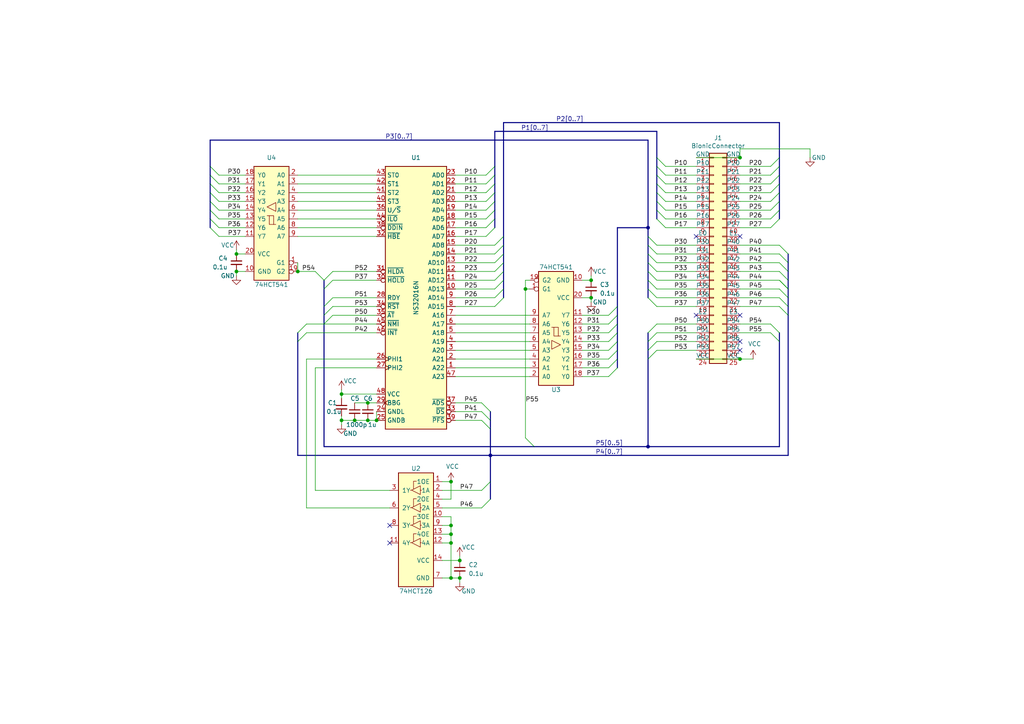
<source format=kicad_sch>
(kicad_sch (version 20211123) (generator eeschema)
  (paper "A4")
  (title_block (title "BionicNS32016 Mezzanine") (date "2022-01-19") (rev "1") (company "Tadashi G. Takaoka"))
  (lib_symbols
    (symbol "0-LocalLibrary:74HCT126" (pin_names (offset 1.016))
      (property "Reference" "U" (at 0 16.51 0))
      (property "Value" "74HCT126" (at 0 -19.05 0))
      (symbol "74HCT126_0_1"
        (polyline (pts (xy -1.2954 10.2108) (xy -1.6002 10.2108)))
        (polyline (pts (xy 1.2954 10.2362) (xy 1.651 10.2362)))
        (polyline (pts (xy 0.7112 10.5664) (xy 0.7112 12.827) (xy -0.127 12.827) (xy -0.1016 12.827)))
      )
      (symbol "74HCT126_1_0"
        (polyline (pts (xy 1.27 10.2362) (xy -1.27 11.5062) (xy -1.27 8.9662) (xy 1.27 10.2362)) (stroke (width 0.1524)))
        (pin input line (at -7.62 12.7 0) (length 2.54) (name "1OE") (number "1"))
        (pin input line (at -7.62 2.54 0) (length 2.54) (name "3OE") (number "10"))
        (pin tri_state line (at 7.62 -5.08 180) (length 2.54) (name "4Y") (number "11"))
        (pin input line (at -7.62 -5.08 0) (length 2.54) (name "4A") (number "12"))
        (pin input line (at -7.62 -2.54 0) (length 2.54) (name "4OE") (number "13"))
        (pin power_in line (at -7.62 -10.16 0) (length 2.54) (name "VCC") (number "14"))
        (pin input line (at -7.62 10.16 0) (length 2.54) (name "1A") (number "2"))
        (pin tri_state line (at 7.62 10.16 180) (length 2.54) (name "1Y") (number "3"))
        (pin input line (at -7.62 7.62 0) (length 2.54) (name "2OE") (number "4"))
        (pin input line (at -7.62 5.08 0) (length 2.54) (name "2A") (number "5"))
        (pin tri_state line (at 7.62 5.08 180) (length 2.54) (name "2Y") (number "6"))
        (pin power_in line (at -7.62 -15.24 0) (length 2.54) (name "GND") (number "7"))
        (pin tri_state line (at 7.62 0 180) (length 2.54) (name "3Y") (number "8"))
        (pin input line (at -7.62 0 0) (length 2.54) (name "3A") (number "9"))
      )
      (symbol "74HCT126_1_1"
        (rectangle (start -5.08 15.24) (end 5.08 -17.78) (stroke (width 0.254)) (fill (type background)))
        (polyline (pts (xy -1.2954 -5.0292) (xy -1.6002 -5.0292)))
        (polyline (pts (xy -1.2954 0.0508) (xy -1.6002 0.0508)))
        (polyline (pts (xy -1.2954 5.1308) (xy -1.6002 5.1308)))
        (polyline (pts (xy 1.2954 -5.0038) (xy 1.651 -5.0038)))
        (polyline (pts (xy 1.2954 0.0762) (xy 1.651 0.0762)))
        (polyline (pts (xy 1.2954 5.1562) (xy 1.651 5.1562)))
        (polyline (pts (xy 0.7112 -4.6736) (xy 0.7112 -2.413) (xy -0.127 -2.413) (xy -0.1016 -2.413)))
        (polyline (pts (xy 0.7112 0.4064) (xy 0.7112 2.667) (xy -0.127 2.667) (xy -0.1016 2.667)))
        (polyline (pts (xy 0.7112 5.4864) (xy 0.7112 7.747) (xy -0.127 7.747) (xy -0.1016 7.747)))
        (polyline (pts (xy 1.27 -5.0038) (xy -1.27 -3.7338) (xy -1.27 -6.2738) (xy 1.27 -5.0038)) (stroke (width 0.1524)))
        (polyline (pts (xy 1.27 0.0762) (xy -1.27 1.3462) (xy -1.27 -1.1938) (xy 1.27 0.0762)) (stroke (width 0.1524)))
        (polyline (pts (xy 1.27 5.1562) (xy -1.27 6.4262) (xy -1.27 3.8862) (xy 1.27 5.1562)) (stroke (width 0.1524)))
      )
    )
    (symbol "0-LocalLibrary:74HCT541" (pin_names (offset 1.016))
      (property "Reference" "U" (at -7.62 16.51 0))
      (property "Value" "74HCT541" (at -7.62 -20.32 0))
      (symbol "74HCT541_1_0"
        (polyline (pts (xy -0.635 -1.6002) (xy -0.635 0.9398) (xy 0.635 0.9398)))
        (polyline (pts (xy -1.27 -1.6002) (xy 0.635 -1.6002) (xy 0.635 0.9398) (xy 1.27 0.9398)))
        (polyline (pts (xy 1.27 3.4798) (xy -1.27 4.7498) (xy -1.27 2.2098) (xy 1.27 3.4798)) (stroke (width 0.1524)))
        (pin input inverted (at -7.62 -12.7 0) (length 2.54) (name "G1") (number "1"))
        (pin power_in line (at 7.62 -15.24 180) (length 2.54) (name "GND") (number "10"))
        (pin tri_state line (at 7.62 -5.08 180) (length 2.54) (name "Y7") (number "11"))
        (pin tri_state line (at 7.62 -2.54 180) (length 2.54) (name "Y6") (number "12"))
        (pin tri_state line (at 7.62 0 180) (length 2.54) (name "Y5") (number "13"))
        (pin tri_state line (at 7.62 2.54 180) (length 2.54) (name "Y4") (number "14"))
        (pin tri_state line (at 7.62 5.08 180) (length 2.54) (name "Y3") (number "15"))
        (pin tri_state line (at 7.62 7.62 180) (length 2.54) (name "Y2") (number "16"))
        (pin tri_state line (at 7.62 10.16 180) (length 2.54) (name "Y1") (number "17"))
        (pin tri_state line (at 7.62 12.7 180) (length 2.54) (name "Y0") (number "18"))
        (pin input inverted (at -7.62 -15.24 0) (length 2.54) (name "G2") (number "19"))
        (pin input line (at -7.62 12.7 0) (length 2.54) (name "A0") (number "2"))
        (pin power_in line (at 7.62 -10.16 180) (length 2.54) (name "VCC") (number "20"))
        (pin input line (at -7.62 10.16 0) (length 2.54) (name "A1") (number "3"))
        (pin input line (at -7.62 7.62 0) (length 2.54) (name "A2") (number "4"))
        (pin input line (at -7.62 5.08 0) (length 2.54) (name "A3") (number "5"))
        (pin input line (at -7.62 2.54 0) (length 2.54) (name "A4") (number "6"))
        (pin input line (at -7.62 0 0) (length 2.54) (name "A5") (number "7"))
        (pin input line (at -7.62 -2.54 0) (length 2.54) (name "A6") (number "8"))
        (pin input line (at -7.62 -5.08 0) (length 2.54) (name "A7") (number "9"))
      )
      (symbol "74HCT541_1_1"
        (rectangle (start -5.08 15.24) (end 5.08 -17.78) (stroke (width 0.254)) (fill (type background)))
      )
    )
    (symbol "0-LocalLibrary:BionicConnector" (pin_names (offset 0))
      (property "Reference" "J" (at 1.27 30.48 0))
      (property "Value" "BionicConnector" (at 3.81 33.02 0))
      (symbol "BionicConnector_1_1"
        (rectangle (start -1.27 -30.353) (end 0 -30.607) (stroke (width 0.1524)))
        (rectangle (start -1.27 -27.813) (end 0 -28.067) (stroke (width 0.1524)))
        (rectangle (start -1.27 -25.273) (end 0 -25.527) (stroke (width 0.1524)))
        (rectangle (start -1.27 -22.733) (end 0 -22.987) (stroke (width 0.1524)))
        (rectangle (start -1.27 -20.193) (end 0 -20.447) (stroke (width 0.1524)))
        (rectangle (start -1.27 -17.653) (end 0 -17.907) (stroke (width 0.1524)))
        (rectangle (start -1.27 -15.113) (end 0 -15.367) (stroke (width 0.1524)))
        (rectangle (start -1.27 -12.573) (end 0 -12.827) (stroke (width 0.1524)))
        (rectangle (start -1.27 -10.033) (end 0 -10.287) (stroke (width 0.1524)))
        (rectangle (start -1.27 -7.493) (end 0 -7.747) (stroke (width 0.1524)))
        (rectangle (start -1.27 -4.953) (end 0 -5.207) (stroke (width 0.1524)))
        (rectangle (start -1.27 -2.413) (end 0 -2.667) (stroke (width 0.1524)))
        (rectangle (start -1.27 0.127) (end 0 -0.127) (stroke (width 0.1524)))
        (rectangle (start -1.27 2.667) (end 0 2.413) (stroke (width 0.1524)))
        (rectangle (start -1.27 5.207) (end 0 4.953) (stroke (width 0.1524)))
        (rectangle (start -1.27 7.747) (end 0 7.493) (stroke (width 0.1524)))
        (rectangle (start -1.27 10.287) (end 0 10.033) (stroke (width 0.1524)))
        (rectangle (start -1.27 12.827) (end 0 12.573) (stroke (width 0.1524)))
        (rectangle (start -1.27 15.367) (end 0 15.113) (stroke (width 0.1524)))
        (rectangle (start -1.27 17.907) (end 0 17.653) (stroke (width 0.1524)))
        (rectangle (start -1.27 20.447) (end 0 20.193) (stroke (width 0.1524)))
        (rectangle (start -1.27 22.987) (end 0 22.733) (stroke (width 0.1524)))
        (rectangle (start -1.27 25.527) (end 0 25.273) (stroke (width 0.1524)))
        (rectangle (start -1.27 28.067) (end 0 27.813) (stroke (width 0.1524)))
        (rectangle (start -1.27 29.21) (end 3.81 -31.75) (stroke (width 0.254)) (fill (type background)))
        (rectangle (start 3.81 -30.353) (end 2.54 -30.607) (stroke (width 0.1524)))
        (rectangle (start 3.81 -27.813) (end 2.54 -28.067) (stroke (width 0.1524)))
        (rectangle (start 3.81 -25.273) (end 2.54 -25.527) (stroke (width 0.1524)))
        (rectangle (start 3.81 -22.733) (end 2.54 -22.987) (stroke (width 0.1524)))
        (rectangle (start 3.81 -20.193) (end 2.54 -20.447) (stroke (width 0.1524)))
        (rectangle (start 3.81 -17.653) (end 2.54 -17.907) (stroke (width 0.1524)))
        (rectangle (start 3.81 -15.113) (end 2.54 -15.367) (stroke (width 0.1524)))
        (rectangle (start 3.81 -12.573) (end 2.54 -12.827) (stroke (width 0.1524)))
        (rectangle (start 3.81 -10.033) (end 2.54 -10.287) (stroke (width 0.1524)))
        (rectangle (start 3.81 -7.493) (end 2.54 -7.747) (stroke (width 0.1524)))
        (rectangle (start 3.81 -4.953) (end 2.54 -5.207) (stroke (width 0.1524)))
        (rectangle (start 3.81 -2.413) (end 2.54 -2.667) (stroke (width 0.1524)))
        (rectangle (start 3.81 0.127) (end 2.54 -0.127) (stroke (width 0.1524)))
        (rectangle (start 3.81 2.667) (end 2.54 2.413) (stroke (width 0.1524)))
        (rectangle (start 3.81 5.207) (end 2.54 4.953) (stroke (width 0.1524)))
        (rectangle (start 3.81 7.747) (end 2.54 7.493) (stroke (width 0.1524)))
        (rectangle (start 3.81 10.287) (end 2.54 10.033) (stroke (width 0.1524)))
        (rectangle (start 3.81 12.827) (end 2.54 12.573) (stroke (width 0.1524)))
        (rectangle (start 3.81 15.367) (end 2.54 15.113) (stroke (width 0.1524)))
        (rectangle (start 3.81 17.907) (end 2.54 17.653) (stroke (width 0.1524)))
        (rectangle (start 3.81 20.447) (end 2.54 20.193) (stroke (width 0.1524)))
        (rectangle (start 3.81 22.987) (end 2.54 22.733) (stroke (width 0.1524)))
        (rectangle (start 3.81 25.527) (end 2.54 25.273) (stroke (width 0.1524)))
        (rectangle (start 3.81 28.067) (end 2.54 27.813) (stroke (width 0.1524)))
        (pin power_out line (at -5.08 27.94 0) (length 3.81) (name "GND") (number "1"))
        (pin bidirectional line (at -5.08 5.08 0) (length 3.81) (name "E0") (number "10"))
        (pin bidirectional line (at -5.08 2.54 0) (length 3.81) (name "P30") (number "11"))
        (pin bidirectional line (at -5.08 0 0) (length 3.81) (name "P31") (number "12"))
        (pin bidirectional line (at -5.08 -2.54 0) (length 3.81) (name "P32") (number "13"))
        (pin bidirectional line (at -5.08 -5.08 0) (length 3.81) (name "P33") (number "14"))
        (pin bidirectional line (at -5.08 -7.62 0) (length 3.81) (name "P34") (number "15"))
        (pin bidirectional line (at -5.08 -10.16 0) (length 3.81) (name "P35") (number "16"))
        (pin bidirectional line (at -5.08 -12.7 0) (length 3.81) (name "P36") (number "17"))
        (pin bidirectional line (at -5.08 -15.24 0) (length 3.81) (name "P37") (number "18"))
        (pin bidirectional line (at -5.08 -17.78 0) (length 3.81) (name "E2") (number "19"))
        (pin bidirectional line (at -5.08 25.4 0) (length 3.81) (name "P10") (number "2"))
        (pin bidirectional line (at -5.08 -20.32 0) (length 3.81) (name "P50") (number "20"))
        (pin bidirectional line (at -5.08 -22.86 0) (length 3.81) (name "P51") (number "21"))
        (pin bidirectional line (at -5.08 -25.4 0) (length 3.81) (name "P52") (number "22"))
        (pin bidirectional line (at -5.08 -27.94 0) (length 3.81) (name "P53") (number "23"))
        (pin power_out line (at -5.08 -30.48 0) (length 3.81) (name "VCC") (number "24"))
        (pin power_in line (at 7.62 -30.48 180) (length 3.81) (name "VCC") (number "25"))
        (pin bidirectional line (at 7.62 -27.94 180) (length 3.81) (name "P57") (number "26"))
        (pin bidirectional line (at 7.62 -25.4 180) (length 3.81) (name "P56") (number "27"))
        (pin bidirectional line (at 7.62 -22.86 180) (length 3.81) (name "P55") (number "28"))
        (pin bidirectional line (at 7.62 -20.32 180) (length 3.81) (name "P54") (number "29"))
        (pin bidirectional line (at -5.08 22.86 0) (length 3.81) (name "P11") (number "3"))
        (pin bidirectional line (at 7.62 -17.78 180) (length 3.81) (name "E3") (number "30"))
        (pin bidirectional line (at 7.62 -15.24 180) (length 3.81) (name "P47") (number "31"))
        (pin bidirectional line (at 7.62 -12.7 180) (length 3.81) (name "P46") (number "32"))
        (pin bidirectional line (at 7.62 -10.16 180) (length 3.81) (name "P45") (number "33"))
        (pin bidirectional line (at 7.62 -7.62 180) (length 3.81) (name "P44") (number "34"))
        (pin bidirectional line (at 7.62 -5.08 180) (length 3.81) (name "P43") (number "35"))
        (pin bidirectional line (at 7.62 -2.54 180) (length 3.81) (name "P42") (number "36"))
        (pin bidirectional line (at 7.62 0 180) (length 3.81) (name "P41") (number "37"))
        (pin bidirectional line (at 7.62 2.54 180) (length 3.81) (name "P40") (number "38"))
        (pin bidirectional line (at 7.62 5.08 180) (length 3.81) (name "E1") (number "39"))
        (pin bidirectional line (at -5.08 20.32 0) (length 3.81) (name "P12") (number "4"))
        (pin bidirectional line (at 7.62 7.62 180) (length 3.81) (name "P27") (number "40"))
        (pin bidirectional line (at 7.62 10.16 180) (length 3.81) (name "P26") (number "41"))
        (pin bidirectional line (at 7.62 12.7 180) (length 3.81) (name "P25") (number "42"))
        (pin bidirectional line (at 7.62 15.24 180) (length 3.81) (name "P24") (number "43"))
        (pin bidirectional line (at 7.62 17.78 180) (length 3.81) (name "P23") (number "44"))
        (pin bidirectional line (at 7.62 20.32 180) (length 3.81) (name "P22") (number "45"))
        (pin bidirectional line (at 7.62 22.86 180) (length 3.81) (name "P21") (number "46"))
        (pin bidirectional line (at 7.62 25.4 180) (length 3.81) (name "P20") (number "47"))
        (pin power_in line (at 7.62 27.94 180) (length 3.81) (name "GND") (number "48"))
        (pin bidirectional line (at -5.08 17.78 0) (length 3.81) (name "P13") (number "5"))
        (pin bidirectional line (at -5.08 15.24 0) (length 3.81) (name "P14") (number "6"))
        (pin bidirectional line (at -5.08 12.7 0) (length 3.81) (name "P15") (number "7"))
        (pin bidirectional line (at -5.08 10.16 0) (length 3.81) (name "P16") (number "8"))
        (pin bidirectional line (at -5.08 7.62 0) (length 3.81) (name "P17") (number "9"))
      )
    )
    (symbol "0-LocalLibrary:NS32016N"
      (property "Reference" "U" (at -1.27 39.37 0))
      (property "Value" "NS32016N" (at 0 0 90))
      (symbol "NS32016N_0_0"
        (pin output line (at 11.43 -20.32 180) (length 2.54) (name "A22") (number "1"))
        (pin output line (at 11.43 -17.78 180) (length 2.54) (name "A21") (number "2"))
        (pin passive non_logic (at -11.43 -30.48 0) (length 2.54) (name "BBG") (number "29"))
        (pin output line (at 11.43 -15.24 180) (length 2.54) (name "A20") (number "3"))
        (pin output line (at 11.43 -12.7 180) (length 2.54) (name "A19") (number "4"))
        (pin output line (at 11.43 -10.16 180) (length 2.54) (name "A18") (number "5"))
        (pin output line (at 11.43 -7.62 180) (length 2.54) (name "A17") (number "6"))
        (pin output line (at 11.43 -5.08 180) (length 2.54) (name "A16") (number "7"))
      )
      (symbol "NS32016N_0_1"
        (rectangle (start -8.89 -38.1) (end 8.89 38.1) (stroke (width 0.254)) (fill (type background)))
      )
      (symbol "NS32016N_1_1"
        (pin bidirectional line (at 11.43 2.54 180) (length 2.54) (name "AD13") (number "10"))
        (pin bidirectional line (at 11.43 5.08 180) (length 2.54) (name "AD12") (number "11"))
        (pin bidirectional line (at 11.43 7.62 180) (length 2.54) (name "AD11") (number "12"))
        (pin bidirectional line (at 11.43 10.16 180) (length 2.54) (name "AD10") (number "13"))
        (pin bidirectional line (at 11.43 12.7 180) (length 2.54) (name "AD9") (number "14"))
        (pin bidirectional line (at 11.43 15.24 180) (length 2.54) (name "AD8") (number "15"))
        (pin bidirectional line (at 11.43 17.78 180) (length 2.54) (name "AD7") (number "16"))
        (pin bidirectional line (at 11.43 20.32 180) (length 2.54) (name "AD6") (number "17"))
        (pin bidirectional line (at 11.43 22.86 180) (length 2.54) (name "AD5") (number "18"))
        (pin bidirectional line (at 11.43 25.4 180) (length 2.54) (name "AD4") (number "19"))
        (pin bidirectional line (at 11.43 27.94 180) (length 2.54) (name "AD3") (number "20"))
        (pin bidirectional line (at 11.43 30.48 180) (length 2.54) (name "AD2") (number "21"))
        (pin bidirectional line (at 11.43 33.02 180) (length 2.54) (name "AD1") (number "22"))
        (pin bidirectional line (at 11.43 35.56 180) (length 2.54) (name "AD0") (number "23"))
        (pin power_in line (at -11.43 -33.02 0) (length 2.54) (name "GNDL") (number "24"))
        (pin power_in line (at -11.43 -35.56 0) (length 2.54) (name "GNDB") (number "25"))
        (pin input clock (at -11.43 -17.78 0) (length 2.54) (name "PHI1") (number "26"))
        (pin input clock (at -11.43 -20.32 0) (length 2.54) (name "PHI2") (number "27"))
        (pin input line (at -11.43 0 0) (length 2.54) (name "RDY") (number "28"))
        (pin input inverted (at -11.43 5.08 0) (length 2.54) (name "~{HOLD}") (number "30"))
        (pin output inverted (at -11.43 7.62 0) (length 2.54) (name "~{HLDA}") (number "31"))
        (pin output line (at -11.43 17.78 0) (length 2.54) (name "~{HBE}") (number "32"))
        (pin output inverted (at 11.43 -33.02 180) (length 2.54) (name "~{DS}") (number "33"))
        (pin input inverted (at -11.43 -2.54 0) (length 2.54) (name "~{RST}") (number "34"))
        (pin input inverted (at -11.43 -5.08 0) (length 2.54) (name "~{AT}") (number "35"))
        (pin output line (at -11.43 25.4 0) (length 2.54) (name "U/~{S}") (number "36"))
        (pin output inverted (at 11.43 -30.48 180) (length 2.54) (name "~{ADS}") (number "37"))
        (pin output inverted (at -11.43 20.32 0) (length 2.54) (name "~{DDIN}") (number "38"))
        (pin output inverted (at 11.43 -35.56 180) (length 2.54) (name "~{PFS}") (number "39"))
        (pin output line (at -11.43 27.94 0) (length 2.54) (name "ST3") (number "40"))
        (pin output line (at -11.43 30.48 0) (length 2.54) (name "ST2") (number "41"))
        (pin output line (at -11.43 33.02 0) (length 2.54) (name "ST1") (number "42"))
        (pin output line (at -11.43 35.56 0) (length 2.54) (name "ST0") (number "43"))
        (pin output inverted (at -11.43 22.86 0) (length 2.54) (name "~{ILO}") (number "44"))
        (pin input inverted (at -11.43 -7.62 0) (length 2.54) (name "~{NMI}") (number "45"))
        (pin input inverted (at -11.43 -10.16 0) (length 2.54) (name "~{INT}") (number "46"))
        (pin output line (at 11.43 -22.86 180) (length 2.54) (name "A23") (number "47"))
        (pin power_in line (at -11.43 -27.94 0) (length 2.54) (name "VCC") (number "48"))
        (pin bidirectional line (at 11.43 -2.54 180) (length 2.54) (name "AD15") (number "8"))
        (pin bidirectional line (at 11.43 0 180) (length 2.54) (name "AD14") (number "9"))
      )
    )
    (symbol "Device:C_Small" (pin_numbers hide) (pin_names (offset 0.254) hide)
      (property "Reference" "C" (at 0.254 1.778 0))
      (property "Value" "C_Small" (at 0.254 -2.032 0))
      (symbol "C_Small_0_1"
        (polyline (pts (xy -1.524 -0.508) (xy 1.524 -0.508)) (stroke (width 0.3302)))
        (polyline (pts (xy -1.524 0.508) (xy 1.524 0.508)) (stroke (width 0.3048)))
      )
      (symbol "C_Small_1_1"
        (pin passive line (at 0 2.54 270) (length 2.032) (name "~") (number "1"))
        (pin passive line (at 0 -2.54 90) (length 2.032) (name "~") (number "2"))
      )
    )
    (symbol "power:GND" (power) (pin_names (offset 0))
      (property "Value" "GND" (at 0 -3.81 0))
      (symbol "GND_0_1"
        (polyline (pts (xy 0 0) (xy 0 -1.27) (xy 1.27 -1.27) (xy 0 -2.54) (xy -1.27 -1.27) (xy 0 -1.27)))
      )
      (symbol "GND_1_1"
        (pin power_in line (at 0 0 270) (length 0) hide (name "GND") (number "1"))
      )
    )
    (symbol "power:VCC" (power) (pin_names (offset 0))
      (property "Value" "VCC" (at 0 3.81 0))
      (symbol "VCC_0_1"
        (polyline (pts (xy -0.762 1.27) (xy 0 2.54)))
        (polyline (pts (xy 0 0) (xy 0 2.54)))
        (polyline (pts (xy 0 2.54) (xy 0.762 1.27)))
      )
      (symbol "VCC_1_1"
        (pin power_in line (at 0 0 90) (length 0) hide (name "VCC") (number "1"))
      )
    )
  )
  (junction (at 171.45 86.36))
  (junction (at 109.22 121.92))
  (junction (at 133.35 167.64))
  (junction (at 99.06 114.3))
  (junction (at 68.58 78.74))
  (junction (at 133.35 162.56))
  (junction (at 187.96 129.54))
  (junction (at 130.81 152.4))
  (junction (at 86.36 78.74))
  (junction (at 152.4 83.82))
  (junction (at 102.87 121.92))
  (junction (at 99.06 121.92))
  (junction (at 130.81 167.64))
  (junction (at 68.58 73.66))
  (junction (at 214.63 104.14))
  (junction (at 171.45 81.28))
  (junction (at 214.63 45.72))
  (junction (at 130.81 139.7))
  (junction (at 130.81 154.94))
  (junction (at 106.68 121.92))
  (junction (at 142.24 132.08))
  (junction (at 130.81 157.48))
  (junction (at 187.96 66.04))
  (junction (at 106.68 116.84))
  (no_connect (at 113.03 157.48))
  (no_connect (at 214.63 99.06))
  (no_connect (at 214.63 91.44))
  (no_connect (at 214.63 101.6))
  (no_connect (at 214.63 68.58))
  (no_connect (at 113.03 152.4))
  (no_connect (at 201.93 91.44))
  (no_connect (at 201.93 68.58))
  (bus_entry (at 142.24 144.78) (size -2.54 2.54))
  (bus_entry (at 226.06 81.28) (size 2.54 2.54))
  (bus_entry (at 179.07 106.68) (size -2.54 2.54))
  (bus_entry (at 93.98 91.44) (size 2.54 -2.54))
  (bus_entry (at 60.96 50.8) (size 2.54 2.54))
  (bus_entry (at 187.96 83.82) (size 2.54 2.54))
  (bus_entry (at 226.06 55.88) (size -2.54 2.54))
  (bus_entry (at 96.52 91.44) (size -2.54 2.54))
  (bus_entry (at 226.06 58.42) (size -2.54 2.54))
  (bus_entry (at 139.7 116.84) (size 2.54 2.54))
  (bus_entry (at 146.05 73.66) (size -2.54 2.54))
  (bus_entry (at 86.36 99.06) (size 2.54 -2.54))
  (bus_entry (at 140.97 53.34) (size 2.54 -2.54))
  (bus_entry (at 96.52 78.74) (size -2.54 2.54))
  (bus_entry (at 146.05 78.74) (size -2.54 2.54))
  (bus_entry (at 226.06 45.72) (size -2.54 2.54))
  (bus_entry (at 60.96 63.5) (size 2.54 2.54))
  (bus_entry (at 146.05 76.2) (size -2.54 2.54))
  (bus_entry (at 142.24 139.7) (size -2.54 2.54))
  (bus_entry (at 140.97 68.58) (size 2.54 -2.54))
  (bus_entry (at 187.96 73.66) (size 2.54 2.54))
  (bus_entry (at 193.04 60.96) (size -2.54 -2.54))
  (bus_entry (at 140.97 63.5) (size 2.54 -2.54))
  (bus_entry (at 179.07 93.98) (size -2.54 2.54))
  (bus_entry (at 226.06 76.2) (size 2.54 2.54))
  (bus_entry (at 226.06 60.96) (size -2.54 2.54))
  (bus_entry (at 190.5 101.6) (size -2.54 2.54))
  (bus_entry (at 140.97 58.42) (size 2.54 -2.54))
  (bus_entry (at 60.96 58.42) (size 2.54 2.54))
  (bus_entry (at 140.97 55.88) (size 2.54 -2.54))
  (bus_entry (at 146.05 71.12) (size -2.54 2.54))
  (bus_entry (at 226.06 71.12) (size 2.54 2.54))
  (bus_entry (at 86.36 96.52) (size 2.54 -2.54))
  (bus_entry (at 179.07 101.6) (size -2.54 2.54))
  (bus_entry (at 146.05 81.28) (size -2.54 2.54))
  (bus_entry (at 60.96 53.34) (size 2.54 2.54))
  (bus_entry (at 187.96 76.2) (size 2.54 2.54))
  (bus_entry (at 193.04 48.26) (size -2.54 -2.54))
  (bus_entry (at 226.06 50.8) (size -2.54 2.54))
  (bus_entry (at 190.5 99.06) (size -2.54 2.54))
  (bus_entry (at 187.96 81.28) (size 2.54 2.54))
  (bus_entry (at 60.96 60.96) (size 2.54 2.54))
  (bus_entry (at 187.96 78.74) (size 2.54 2.54))
  (bus_entry (at 146.05 68.58) (size -2.54 2.54))
  (bus_entry (at 96.52 86.36) (size -2.54 2.54))
  (bus_entry (at 179.07 88.9) (size -2.54 2.54))
  (bus_entry (at 223.52 93.98) (size 2.54 2.54))
  (bus_entry (at 226.06 81.28) (size 2.54 2.54))
  (bus_entry (at 226.06 83.82) (size 2.54 2.54))
  (bus_entry (at 226.06 73.66) (size 2.54 2.54))
  (bus_entry (at 60.96 48.26) (size 2.54 2.54))
  (bus_entry (at 139.7 119.38) (size 2.54 2.54))
  (bus_entry (at 226.06 86.36) (size 2.54 2.54))
  (bus_entry (at 190.5 71.12) (size -2.54 -2.54))
  (bus_entry (at 96.52 81.28) (size -2.54 2.54))
  (bus_entry (at 187.96 71.12) (size 2.54 2.54))
  (bus_entry (at 193.04 58.42) (size -2.54 -2.54))
  (bus_entry (at 226.06 88.9) (size 2.54 2.54))
  (bus_entry (at 190.5 93.98) (size -2.54 2.54))
  (bus_entry (at 187.96 86.36) (size 2.54 2.54))
  (bus_entry (at 140.97 50.8) (size 2.54 -2.54))
  (bus_entry (at 193.04 50.8) (size -2.54 -2.54))
  (bus_entry (at 60.96 66.04) (size 2.54 2.54))
  (bus_entry (at 193.04 63.5) (size -2.54 -2.54))
  (bus_entry (at 179.07 91.44) (size -2.54 2.54))
  (bus_entry (at 190.5 96.52) (size -2.54 2.54))
  (bus_entry (at 140.97 60.96) (size 2.54 -2.54))
  (bus_entry (at 226.06 48.26) (size -2.54 2.54))
  (bus_entry (at 140.97 66.04) (size 2.54 -2.54))
  (bus_entry (at 179.07 104.14) (size -2.54 2.54))
  (bus_entry (at 91.44 78.74) (size 2.54 2.54))
  (bus_entry (at 154.94 129.54) (size -2.54 -2.54))
  (bus_entry (at 146.05 83.82) (size -2.54 2.54))
  (bus_entry (at 139.7 121.92) (size 2.54 2.54))
  (bus_entry (at 146.05 86.36) (size -2.54 2.54))
  (bus_entry (at 226.06 53.34) (size -2.54 2.54))
  (bus_entry (at 179.07 96.52) (size -2.54 2.54))
  (bus_entry (at 193.04 66.04) (size -2.54 -2.54))
  (bus_entry (at 193.04 55.88) (size -2.54 -2.54))
  (bus_entry (at 193.04 53.34) (size -2.54 -2.54))
  (bus_entry (at 179.07 99.06) (size -2.54 2.54))
  (bus_entry (at 223.52 96.52) (size 2.54 2.54))
  (bus_entry (at 226.06 63.5) (size -2.54 2.54))
  (bus_entry (at 226.06 78.74) (size 2.54 2.54))
  (bus_entry (at 60.96 55.88) (size 2.54 2.54))
  (bus (pts (xy 187.96 99.06) (xy 187.96 101.6)))
  (wire (pts (xy 168.91 101.6) (xy 176.53 101.6)))
  (bus (pts (xy 142.24 132.08) (xy 142.24 139.7)))
  (wire (pts (xy 71.12 68.58) (xy 63.5 68.58)))
  (wire (pts (xy 214.63 50.8) (xy 223.52 50.8)))
  (wire (pts (xy 214.63 104.14) (xy 218.44 104.14)))
  (wire (pts (xy 214.63 43.18) (xy 214.63 45.72)))
  (bus (pts (xy 190.5 53.34) (xy 190.5 55.88)))
  (bus (pts (xy 226.06 50.8) (xy 226.06 53.34)))
  (wire (pts (xy 201.93 99.06) (xy 190.5 99.06)))
  (bus (pts (xy 143.51 38.1) (xy 190.5 38.1)))
  (bus (pts (xy 86.36 99.06) (xy 86.36 132.08)))
  (wire (pts (xy 99.06 120.65) (xy 99.06 121.92)))
  (bus (pts (xy 93.98 129.54) (xy 154.94 129.54)))
  (wire (pts (xy 102.87 121.92) (xy 106.68 121.92)))
  (wire (pts (xy 152.4 81.28) (xy 152.4 83.82)))
  (bus (pts (xy 228.6 78.74) (xy 228.6 81.28)))
  (wire (pts (xy 71.12 78.74) (xy 68.58 78.74)))
  (bus (pts (xy 187.96 76.2) (xy 187.96 78.74)))
  (wire (pts (xy 153.67 81.28) (xy 152.4 81.28)))
  (wire (pts (xy 201.93 60.96) (xy 193.04 60.96)))
  (bus (pts (xy 226.06 96.52) (xy 226.06 99.06)))
  (wire (pts (xy 109.22 116.84) (xy 106.68 116.84)))
  (wire (pts (xy 86.36 76.2) (xy 86.36 78.74)))
  (wire (pts (xy 214.63 63.5) (xy 223.52 63.5)))
  (bus (pts (xy 60.96 50.8) (xy 60.96 53.34)))
  (bus (pts (xy 60.96 55.88) (xy 60.96 58.42)))
  (wire (pts (xy 133.35 168.91) (xy 133.35 167.64)))
  (wire (pts (xy 132.08 66.04) (xy 140.97 66.04)))
  (wire (pts (xy 99.06 121.92) (xy 102.87 121.92)))
  (bus (pts (xy 146.05 73.66) (xy 146.05 76.2)))
  (wire (pts (xy 128.27 147.32) (xy 139.7 147.32)))
  (wire (pts (xy 132.08 78.74) (xy 143.51 78.74)))
  (wire (pts (xy 214.63 66.04) (xy 223.52 66.04)))
  (bus (pts (xy 143.51 63.5) (xy 143.51 66.04)))
  (wire (pts (xy 214.63 53.34) (xy 223.52 53.34)))
  (wire (pts (xy 190.5 88.9) (xy 201.93 88.9)))
  (wire (pts (xy 99.06 114.3) (xy 109.22 114.3)))
  (wire (pts (xy 132.08 53.34) (xy 140.97 53.34)))
  (wire (pts (xy 234.95 43.18) (xy 234.95 45.72)))
  (wire (pts (xy 106.68 121.92) (xy 109.22 121.92)))
  (wire (pts (xy 214.63 88.9) (xy 226.06 88.9)))
  (bus (pts (xy 179.07 66.04) (xy 187.96 66.04)))
  (wire (pts (xy 201.93 50.8) (xy 193.04 50.8)))
  (bus (pts (xy 187.96 129.54) (xy 226.06 129.54)))
  (wire (pts (xy 132.08 76.2) (xy 143.51 76.2)))
  (bus (pts (xy 179.07 99.06) (xy 179.07 101.6)))
  (bus (pts (xy 93.98 83.82) (xy 93.98 88.9)))
  (wire (pts (xy 201.93 55.88) (xy 193.04 55.88)))
  (wire (pts (xy 201.93 48.26) (xy 193.04 48.26)))
  (wire (pts (xy 68.58 80.01) (xy 68.58 78.74)))
  (bus (pts (xy 187.96 73.66) (xy 187.96 76.2)))
  (wire (pts (xy 99.06 115.57) (xy 99.06 114.3)))
  (bus (pts (xy 226.06 48.26) (xy 226.06 50.8)))
  (bus (pts (xy 190.5 48.26) (xy 190.5 50.8)))
  (bus (pts (xy 190.5 58.42) (xy 190.5 60.96)))
  (bus (pts (xy 60.96 40.64) (xy 60.96 48.26)))
  (wire (pts (xy 168.91 93.98) (xy 176.53 93.98)))
  (bus (pts (xy 187.96 71.12) (xy 187.96 73.66)))
  (wire (pts (xy 153.67 83.82) (xy 152.4 83.82)))
  (bus (pts (xy 154.94 129.54) (xy 187.96 129.54)))
  (wire (pts (xy 71.12 60.96) (xy 63.5 60.96)))
  (wire (pts (xy 152.4 83.82) (xy 152.4 127)))
  (wire (pts (xy 201.93 71.12) (xy 190.5 71.12)))
  (bus (pts (xy 190.5 45.72) (xy 190.5 48.26)))
  (wire (pts (xy 130.81 157.48) (xy 130.81 167.64)))
  (bus (pts (xy 187.96 40.64) (xy 60.96 40.64)))
  (wire (pts (xy 201.93 73.66) (xy 190.5 73.66)))
  (bus (pts (xy 60.96 53.34) (xy 60.96 55.88)))
  (bus (pts (xy 143.51 55.88) (xy 143.51 58.42)))
  (wire (pts (xy 132.08 119.38) (xy 139.7 119.38)))
  (bus (pts (xy 190.5 55.88) (xy 190.5 58.42)))
  (bus (pts (xy 60.96 58.42) (xy 60.96 60.96)))
  (wire (pts (xy 86.36 66.04) (xy 109.22 66.04)))
  (wire (pts (xy 176.53 109.22) (xy 168.91 109.22)))
  (wire (pts (xy 88.9 147.32) (xy 113.03 147.32)))
  (wire (pts (xy 201.93 45.72) (xy 214.63 45.72)))
  (wire (pts (xy 106.68 116.84) (xy 102.87 116.84)))
  (bus (pts (xy 146.05 81.28) (xy 146.05 83.82)))
  (wire (pts (xy 128.27 167.64) (xy 130.81 167.64)))
  (bus (pts (xy 190.5 50.8) (xy 190.5 53.34)))
  (bus (pts (xy 93.98 88.9) (xy 93.98 91.44)))
  (wire (pts (xy 201.93 53.34) (xy 193.04 53.34)))
  (bus (pts (xy 146.05 68.58) (xy 146.05 35.56)))
  (wire (pts (xy 132.08 109.22) (xy 153.67 109.22)))
  (wire (pts (xy 88.9 104.14) (xy 109.22 104.14)))
  (wire (pts (xy 130.81 144.78) (xy 130.81 139.7)))
  (bus (pts (xy 142.24 121.92) (xy 142.24 124.46)))
  (wire (pts (xy 168.91 86.36) (xy 171.45 86.36)))
  (bus (pts (xy 146.05 83.82) (xy 146.05 86.36)))
  (bus (pts (xy 190.5 38.1) (xy 190.5 45.72)))
  (wire (pts (xy 132.08 58.42) (xy 140.97 58.42)))
  (wire (pts (xy 171.45 87.63) (xy 171.45 86.36)))
  (bus (pts (xy 228.6 88.9) (xy 228.6 91.44)))
  (wire (pts (xy 109.22 81.28) (xy 96.52 81.28)))
  (bus (pts (xy 187.96 66.04) (xy 187.96 68.58)))
  (wire (pts (xy 86.36 63.5) (xy 109.22 63.5)))
  (wire (pts (xy 171.45 81.28) (xy 171.45 80.01)))
  (wire (pts (xy 214.63 81.28) (xy 226.06 81.28)))
  (wire (pts (xy 130.81 144.78) (xy 128.27 144.78)))
  (bus (pts (xy 228.6 91.44) (xy 228.6 132.08)))
  (bus (pts (xy 146.05 78.74) (xy 146.05 81.28)))
  (bus (pts (xy 190.5 60.96) (xy 190.5 63.5)))
  (wire (pts (xy 214.63 86.36) (xy 226.06 86.36)))
  (wire (pts (xy 168.91 106.68) (xy 176.53 106.68)))
  (wire (pts (xy 88.9 96.52) (xy 109.22 96.52)))
  (bus (pts (xy 226.06 45.72) (xy 226.06 48.26)))
  (bus (pts (xy 187.96 68.58) (xy 187.96 71.12)))
  (bus (pts (xy 93.98 91.44) (xy 93.98 93.98)))
  (bus (pts (xy 226.06 60.96) (xy 226.06 63.5)))
  (wire (pts (xy 201.93 81.28) (xy 190.5 81.28)))
  (bus (pts (xy 226.06 35.56) (xy 226.06 45.72)))
  (wire (pts (xy 214.63 78.74) (xy 226.06 78.74)))
  (wire (pts (xy 132.08 96.52) (xy 153.67 96.52)))
  (wire (pts (xy 214.63 60.96) (xy 223.52 60.96)))
  (wire (pts (xy 109.22 68.58) (xy 86.36 68.58)))
  (wire (pts (xy 168.91 91.44) (xy 176.53 91.44)))
  (wire (pts (xy 109.22 106.68) (xy 91.44 106.68)))
  (wire (pts (xy 86.36 60.96) (xy 109.22 60.96)))
  (bus (pts (xy 142.24 132.08) (xy 86.36 132.08)))
  (wire (pts (xy 132.08 83.82) (xy 143.51 83.82)))
  (wire (pts (xy 201.93 93.98) (xy 190.5 93.98)))
  (bus (pts (xy 146.05 68.58) (xy 146.05 71.12)))
  (bus (pts (xy 228.6 83.82) (xy 228.6 86.36)))
  (wire (pts (xy 71.12 55.88) (xy 63.5 55.88)))
  (bus (pts (xy 187.96 96.52) (xy 187.96 99.06)))
  (bus (pts (xy 86.36 96.52) (xy 86.36 99.06)))
  (wire (pts (xy 132.08 60.96) (xy 140.97 60.96)))
  (bus (pts (xy 226.06 53.34) (xy 226.06 55.88)))
  (wire (pts (xy 132.08 106.68) (xy 153.67 106.68)))
  (bus (pts (xy 226.06 99.06) (xy 226.06 129.54)))
  (wire (pts (xy 201.93 78.74) (xy 190.5 78.74)))
  (wire (pts (xy 214.63 58.42) (xy 223.52 58.42)))
  (wire (pts (xy 99.06 114.3) (xy 99.06 113.03)))
  (bus (pts (xy 146.05 35.56) (xy 226.06 35.56)))
  (wire (pts (xy 133.35 162.56) (xy 128.27 162.56)))
  (bus (pts (xy 179.07 66.04) (xy 179.07 88.9)))
  (wire (pts (xy 132.08 50.8) (xy 140.97 50.8)))
  (wire (pts (xy 109.22 86.36) (xy 96.52 86.36)))
  (bus (pts (xy 143.51 58.42) (xy 143.51 60.96)))
  (bus (pts (xy 142.24 119.38) (xy 142.24 121.92)))
  (wire (pts (xy 168.91 99.06) (xy 176.53 99.06)))
  (wire (pts (xy 132.08 71.12) (xy 143.51 71.12)))
  (wire (pts (xy 88.9 93.98) (xy 93.98 93.98)))
  (wire (pts (xy 86.36 78.74) (xy 91.44 78.74)))
  (wire (pts (xy 201.93 83.82) (xy 190.5 83.82)))
  (wire (pts (xy 132.08 55.88) (xy 140.97 55.88)))
  (wire (pts (xy 132.08 101.6) (xy 153.67 101.6)))
  (wire (pts (xy 201.93 63.5) (xy 193.04 63.5)))
  (bus (pts (xy 60.96 48.26) (xy 60.96 50.8)))
  (wire (pts (xy 214.63 96.52) (xy 223.52 96.52)))
  (wire (pts (xy 132.08 104.14) (xy 153.67 104.14)))
  (wire (pts (xy 132.08 91.44) (xy 153.67 91.44)))
  (wire (pts (xy 201.93 104.14) (xy 214.63 104.14)))
  (bus (pts (xy 187.96 104.14) (xy 187.96 129.54)))
  (wire (pts (xy 214.63 76.2) (xy 226.06 76.2)))
  (wire (pts (xy 132.08 86.36) (xy 143.51 86.36)))
  (wire (pts (xy 201.93 66.04) (xy 193.04 66.04)))
  (wire (pts (xy 190.5 86.36) (xy 201.93 86.36)))
  (wire (pts (xy 128.27 139.7) (xy 130.81 139.7)))
  (wire (pts (xy 71.12 63.5) (xy 63.5 63.5)))
  (bus (pts (xy 60.96 63.5) (xy 60.96 66.04)))
  (bus (pts (xy 143.51 60.96) (xy 143.51 63.5)))
  (wire (pts (xy 71.12 53.34) (xy 63.5 53.34)))
  (wire (pts (xy 201.93 58.42) (xy 193.04 58.42)))
  (wire (pts (xy 96.52 88.9) (xy 109.22 88.9)))
  (wire (pts (xy 128.27 154.94) (xy 130.81 154.94)))
  (wire (pts (xy 91.44 142.24) (xy 113.03 142.24)))
  (bus (pts (xy 228.6 81.28) (xy 228.6 83.82)))
  (bus (pts (xy 228.6 73.66) (xy 228.6 76.2)))
  (wire (pts (xy 86.36 53.34) (xy 109.22 53.34)))
  (bus (pts (xy 60.96 60.96) (xy 60.96 63.5)))
  (bus (pts (xy 179.07 93.98) (xy 179.07 96.52)))
  (wire (pts (xy 130.81 157.48) (xy 128.27 157.48)))
  (wire (pts (xy 190.5 101.6) (xy 201.93 101.6)))
  (wire (pts (xy 86.36 55.88) (xy 109.22 55.88)))
  (wire (pts (xy 86.36 58.42) (xy 109.22 58.42)))
  (bus (pts (xy 142.24 139.7) (xy 142.24 144.78)))
  (wire (pts (xy 68.58 73.66) (xy 68.58 72.39)))
  (wire (pts (xy 133.35 162.56) (xy 133.35 161.29)))
  (bus (pts (xy 179.07 96.52) (xy 179.07 99.06)))
  (bus (pts (xy 143.51 50.8) (xy 143.51 53.34)))
  (bus (pts (xy 226.06 55.88) (xy 226.06 58.42)))
  (wire (pts (xy 214.63 55.88) (xy 223.52 55.88)))
  (wire (pts (xy 201.93 96.52) (xy 190.5 96.52)))
  (bus (pts (xy 93.98 81.28) (xy 93.98 83.82)))
  (wire (pts (xy 132.08 88.9) (xy 143.51 88.9)))
  (wire (pts (xy 128.27 149.86) (xy 130.81 149.86)))
  (bus (pts (xy 179.07 104.14) (xy 179.07 106.68)))
  (wire (pts (xy 132.08 81.28) (xy 143.51 81.28)))
  (bus (pts (xy 187.96 40.64) (xy 187.96 66.04)))
  (wire (pts (xy 171.45 81.28) (xy 168.91 81.28)))
  (bus (pts (xy 228.6 132.08) (xy 142.24 132.08)))
  (wire (pts (xy 132.08 93.98) (xy 153.67 93.98)))
  (bus (pts (xy 179.07 88.9) (xy 179.07 91.44)))
  (bus (pts (xy 187.96 78.74) (xy 187.96 81.28)))
  (wire (pts (xy 168.91 96.52) (xy 176.53 96.52)))
  (wire (pts (xy 201.93 76.2) (xy 190.5 76.2)))
  (wire (pts (xy 68.58 73.66) (xy 71.12 73.66)))
  (wire (pts (xy 132.08 73.66) (xy 143.51 73.66)))
  (wire (pts (xy 86.36 50.8) (xy 109.22 50.8)))
  (wire (pts (xy 214.63 83.82) (xy 226.06 83.82)))
  (wire (pts (xy 214.63 43.18) (xy 234.95 43.18)))
  (bus (pts (xy 226.06 58.42) (xy 226.06 60.96)))
  (wire (pts (xy 168.91 104.14) (xy 176.53 104.14)))
  (wire (pts (xy 99.06 123.19) (xy 99.06 121.92)))
  (wire (pts (xy 130.81 167.64) (xy 133.35 167.64)))
  (wire (pts (xy 130.81 152.4) (xy 130.81 154.94)))
  (bus (pts (xy 142.24 124.46) (xy 142.24 132.08)))
  (wire (pts (xy 214.63 71.12) (xy 226.06 71.12)))
  (wire (pts (xy 109.22 119.38) (xy 109.22 121.92)))
  (wire (pts (xy 214.63 73.66) (xy 226.06 73.66)))
  (wire (pts (xy 96.52 78.74) (xy 109.22 78.74)))
  (wire (pts (xy 130.81 154.94) (xy 130.81 157.48)))
  (wire (pts (xy 132.08 116.84) (xy 139.7 116.84)))
  (wire (pts (xy 71.12 50.8) (xy 63.5 50.8)))
  (bus (pts (xy 228.6 86.36) (xy 228.6 88.9)))
  (bus (pts (xy 228.6 76.2) (xy 228.6 78.74)))
  (wire (pts (xy 132.08 99.06) (xy 153.67 99.06)))
  (bus (pts (xy 93.98 93.98) (xy 93.98 129.54)))
  (bus (pts (xy 146.05 71.12) (xy 146.05 73.66)))
  (wire (pts (xy 214.63 48.26) (xy 223.52 48.26)))
  (wire (pts (xy 91.44 106.68) (xy 91.44 142.24)))
  (wire (pts (xy 128.27 142.24) (xy 139.7 142.24)))
  (bus (pts (xy 143.51 53.34) (xy 143.51 55.88)))
  (bus (pts (xy 179.07 101.6) (xy 179.07 104.14)))
  (bus (pts (xy 143.51 48.26) (xy 143.51 50.8)))
  (wire (pts (xy 132.08 68.58) (xy 140.97 68.58)))
  (bus (pts (xy 146.05 76.2) (xy 146.05 78.74)))
  (wire (pts (xy 71.12 58.42) (xy 63.5 58.42)))
  (bus (pts (xy 187.96 101.6) (xy 187.96 104.14)))
  (wire (pts (xy 128.27 152.4) (xy 130.81 152.4)))
  (wire (pts (xy 71.12 66.04) (xy 63.5 66.04)))
  (wire (pts (xy 132.08 121.92) (xy 139.7 121.92)))
  (wire (pts (xy 88.9 147.32) (xy 88.9 104.14)))
  (wire (pts (xy 132.08 63.5) (xy 140.97 63.5)))
  (bus (pts (xy 187.96 81.28) (xy 187.96 83.82)))
  (bus (pts (xy 187.96 83.82) (xy 187.96 86.36)))
  (wire (pts (xy 109.22 91.44) (xy 96.52 91.44)))
  (bus (pts (xy 179.07 91.44) (xy 179.07 93.98)))
  (wire (pts (xy 93.98 93.98) (xy 109.22 93.98)))
  (wire (pts (xy 214.63 93.98) (xy 223.52 93.98)))
  (bus (pts (xy 143.51 38.1) (xy 143.51 48.26)))
  (wire (pts (xy 130.81 149.86) (xy 130.81 152.4)))
  (label "P37" (at 199.39 88.9 180))
  (label "P37" (at 106.68 81.28 180))
  (label "P34" (at 199.39 81.28 180))
  (label "P10" (at 199.39 48.26 180))
  (label "P20" (at 217.17 48.26 0))
  (label "P25" (at 134.62 83.82 0))
  (label "P32" (at 170.18 96.52 0))
  (label "P13" (at 199.39 55.88 180))
  (label "P55" (at 217.17 96.52 0))
  (label "P34" (at 69.85 60.96 180))
  (label "P41" (at 134.62 119.38 0))
  (label "P36" (at 199.39 86.36 180))
  (label "P15" (at 199.39 60.96 180))
  (label "P5[0..5]" (at 172.72 129.54 0))
  (label "P36" (at 170.18 106.68 0))
  (label "P16" (at 134.62 66.04 0))
  (label "P32" (at 199.39 76.2 180))
  (label "P27" (at 134.62 88.9 0))
  (label "P30" (at 170.18 91.44 0))
  (label "P31" (at 199.39 73.66 180))
  (label "P25" (at 217.17 60.96 0))
  (label "P37" (at 66.04 68.58 0))
  (label "P42" (at 106.68 96.52 180))
  (label "P44" (at 217.17 81.28 0))
  (label "P30" (at 199.39 71.12 180))
  (label "P46" (at 133.35 147.32 0))
  (label "P24" (at 217.17 58.42 0))
  (label "P24" (at 134.62 81.28 0))
  (label "P35" (at 199.39 83.82 180))
  (label "P21" (at 217.17 50.8 0))
  (label "P47" (at 134.62 121.92 0))
  (label "P31" (at 69.85 53.34 180))
  (label "P51" (at 199.39 96.52 180))
  (label "P50" (at 106.68 91.44 180))
  (label "P35" (at 69.85 63.5 180))
  (label "P3[0..7]" (at 111.76 40.64 0))
  (label "P33" (at 199.39 78.74 180))
  (label "P44" (at 106.68 93.98 180))
  (label "P37" (at 173.99 109.22 180))
  (label "P45" (at 134.62 116.84 0))
  (label "P54" (at 217.17 93.98 0))
  (label "P53" (at 106.68 88.9 180))
  (label "P42" (at 217.17 76.2 0))
  (label "P26" (at 217.17 63.5 0))
  (label "P46" (at 217.17 86.36 0))
  (label "P11" (at 199.39 50.8 180))
  (label "P12" (at 199.39 53.34 180))
  (label "P14" (at 134.62 60.96 0))
  (label "P45" (at 217.17 83.82 0))
  (label "P47" (at 133.35 142.24 0))
  (label "P23" (at 217.17 55.88 0))
  (label "P33" (at 170.18 99.06 0))
  (label "P4[0..7]" (at 172.72 132.08 0))
  (label "P34" (at 170.18 101.6 0))
  (label "P15" (at 134.62 63.5 0))
  (label "P35" (at 170.18 104.14 0))
  (label "P22" (at 217.17 53.34 0))
  (label "P51" (at 106.68 86.36 180))
  (label "P50" (at 199.39 93.98 180))
  (label "P55" (at 152.4 116.84 0))
  (label "P53" (at 199.39 101.6 180))
  (label "P27" (at 217.17 66.04 0))
  (label "P52" (at 106.68 78.74 180))
  (label "P41" (at 217.17 73.66 0))
  (label "P47" (at 217.17 88.9 0))
  (label "P22" (at 134.62 76.2 0))
  (label "P54" (at 91.44 78.74 180))
  (label "P13" (at 134.62 58.42 0))
  (label "P10" (at 134.62 50.8 0))
  (label "P14" (at 199.39 58.42 180))
  (label "P33" (at 69.85 58.42 180))
  (label "P31" (at 170.18 93.98 0))
  (label "P1[0..7]" (at 151.13 38.1 0))
  (label "P52" (at 199.39 99.06 180))
  (label "P26" (at 134.62 86.36 0))
  (label "P32" (at 69.85 55.88 180))
  (label "P20" (at 134.62 71.12 0))
  (label "P11" (at 134.62 53.34 0))
  (label "P12" (at 134.62 55.88 0))
  (label "P16" (at 199.39 63.5 180))
  (label "P17" (at 134.62 68.58 0))
  (label "P21" (at 134.62 73.66 0))
  (label "P30" (at 69.85 50.8 180))
  (label "P17" (at 199.39 66.04 180))
  (label "P23" (at 134.62 78.74 0))
  (label "P36" (at 69.85 66.04 180))
  (label "P40" (at 217.17 71.12 0))
  (label "P2[0..7]" (at 161.29 35.56 0))
  (label "P43" (at 217.17 78.74 0))
  (symbol (lib_id "power:VCC") (at 99.06 113.03 0) (mirror y) (unit 1)
    (property "Reference" "#PWR03" (effects hide))
    (property "Value" "VCC" (at 101.6 110.49 0))
  )
  (symbol (lib_id "power:GND") (at 99.06 123.19 0) (mirror y) (unit 1)
    (property "Reference" "#PWR04" (effects hide))
    (property "Value" "GND" (at 101.6 125.73 0))
  )
  (symbol (lib_id "Device:C_Small") (at 99.06 118.11 0) (mirror y) (unit 1)
    (property "Reference" "C1" (at 97.79 116.84 0) (effects (justify left)))
    (property "Value" "0.1u" (at 99.06 119.38 0) (effects (justify left)))
    (property "Footprint" "Capacitor_THT:C_Disc_D3.4mm_W2.1mm_P2.50mm" (effects hide))
  )
  (symbol (lib_id "0-LocalLibrary:74HCT126") (at 120.65 152.4 0) (mirror y) (unit 1)
    (property "Reference" "U2" (at 120.65 135.89 0))
    (property "Value" "74HCT126" (at 120.65 171.45 0))
    (property "Footprint" "Package_DIP:DIP-14_W7.62mm" (effects hide))
    (property "Datasheet" "https://www.ti.com/lit/ds/symlink/cd74hct126.pdf" (effects hide))
  )
  (symbol (lib_id "power:VCC") (at 133.35 161.29 0) (unit 1)
    (property "Reference" "#PWR07" (effects hide))
    (property "Value" "VCC" (at 135.89 158.75 0))
  )
  (symbol (lib_id "power:GND") (at 133.35 168.91 0) (unit 1)
    (property "Reference" "#PWR08" (effects hide))
    (property "Value" "GND" (at 135.89 171.45 0))
  )
  (symbol (lib_id "Device:C_Small") (at 133.35 165.1 0) (unit 1)
    (property "Reference" "C2" (at 135.89 163.83 0) (effects (justify left)))
    (property "Value" "0.1u" (at 135.89 166.37 0) (effects (justify left)))
    (property "Footprint" "Capacitor_THT:C_Disc_D3.4mm_W2.1mm_P2.50mm" (effects hide))
  )
  (symbol (lib_id "power:GND") (at 234.95 45.72 0) (unit 1)
    (property "Reference" "#PWR0101" (effects hide))
    (property "Value" "GND" (at 237.49 45.72 0))
  )
  (symbol (lib_id "power:VCC") (at 218.44 104.14 0) (unit 1)
    (property "Reference" "#PWR0102" (effects hide))
    (property "Value" "VCC" (at 218.8718 99.7458 0))
  )
  (symbol (lib_id "0-LocalLibrary:NS32016N") (at 120.65 86.36 0) (unit 1)
    (property "Reference" "U1" (at 120.65 45.72 0))
    (property "Value" "NS32016N" (at 120.65 86.36 90))
    (property "Footprint" "Package_DIP:DIP-48_W15.24mm" (effects hide))
    (property "Datasheet" "https://archive.org/details/1986_NS32000_dataBook" (effects hide))
  )
  (symbol (lib_id "0-LocalLibrary:74HCT541") (at 161.29 96.52 0) (mirror x) (unit 1)
    (property "Reference" "U3" (at 161.29 113.03 0))
    (property "Value" "74HCT541" (at 161.29 77.47 0))
    (property "Footprint" "Package_DIP:DIP-20_W7.62mm" (effects hide))
    (property "Datasheet" "http://www.ti.com/lit/gpn/sn74HCT541" (effects hide))
  )
  (symbol (lib_id "0-LocalLibrary:74HCT541") (at 78.74 63.5 0) (mirror y) (unit 1)
    (property "Reference" "U4" (at 78.74 45.72 0))
    (property "Value" "74HCT541" (at 78.74 82.55 0))
    (property "Footprint" "Package_DIP:DIP-20_W7.62mm" (effects hide))
    (property "Datasheet" "http://www.ti.com/lit/gpn/sn74HCT541" (effects hide))
  )
  (symbol (lib_id "Device:C_Small") (at 171.45 83.82 0) (unit 1)
    (property "Reference" "C3" (at 173.99 82.55 0) (effects (justify left)))
    (property "Value" "0.1u" (at 173.99 85.09 0) (effects (justify left)))
    (property "Footprint" "Capacitor_THT:C_Disc_D3.4mm_W2.1mm_P2.50mm" (effects hide))
  )
  (symbol (lib_id "power:GND") (at 171.45 87.63 0) (unit 1)
    (property "Reference" "#PWR09" (effects hide))
    (property "Value" "GND" (at 173.99 87.63 0))
  )
  (symbol (lib_id "power:VCC") (at 171.45 80.01 0) (unit 1)
    (property "Reference" "#PWR06" (effects hide))
    (property "Value" "VCC" (at 173.99 78.74 0))
  )
  (symbol (lib_id "Device:C_Small") (at 102.87 119.38 0) (unit 1)
    (property "Reference" "C5" (at 101.6 115.57 0) (effects (justify left)))
    (property "Value" "1000p" (at 100.33 123.19 0) (effects (justify left)))
    (property "Footprint" "Capacitor_THT:C_Disc_D3.4mm_W2.1mm_P2.50mm" (effects hide))
  )
  (symbol (lib_id "Device:C_Small") (at 68.58 76.2 0) (mirror y) (unit 1)
    (property "Reference" "C4" (at 66.04 74.93 0) (effects (justify left)))
    (property "Value" "0.1u" (at 66.04 77.47 0) (effects (justify left)))
    (property "Footprint" "Capacitor_THT:C_Disc_D3.4mm_W2.1mm_P2.50mm" (effects hide))
  )
  (symbol (lib_id "power:GND") (at 68.58 80.01 0) (mirror y) (unit 1)
    (property "Reference" "#PWR011" (effects hide))
    (property "Value" "GND" (at 66.04 80.01 0))
  )
  (symbol (lib_id "power:VCC") (at 68.58 72.39 0) (mirror y) (unit 1)
    (property "Reference" "#PWR010" (effects hide))
    (property "Value" "VCC" (at 66.04 71.12 0))
  )
  (symbol (lib_id "Device:C_Small") (at 106.68 119.38 0) (unit 1)
    (property "Reference" "C6" (at 105.41 115.57 0) (effects (justify left)))
    (property "Value" "1u" (at 106.68 123.19 0) (effects (justify left)))
    (property "Footprint" "Capacitor_THT:C_Disc_D3.4mm_W2.1mm_P2.50mm" (effects hide))
  )
  (symbol (lib_id "power:VCC") (at 130.81 139.7 0) (unit 1)
    (property "Reference" "#PWR02" (effects hide))
    (property "Value" "VCC" (at 131.2418 135.3058 0))
  )
  (symbol (lib_id "0-LocalLibrary:BionicConnector") (at 207.01 73.66 0) (unit 1)
    (property "Reference" "J1" (at 208.28 40.005 0))
    (property "Value" "BionicConnector" (at 208.28 42.3164 0))
    (property "Footprint" "0-LocalLibrary:DIP-48_W7.62mm" (effects hide))
    (property "Datasheet" "https://www.arieselec.com/wp-content/uploads/2020/02/10001-universal-dip-zif-test-socket.pdf" (effects hide))
  )
)
</source>
